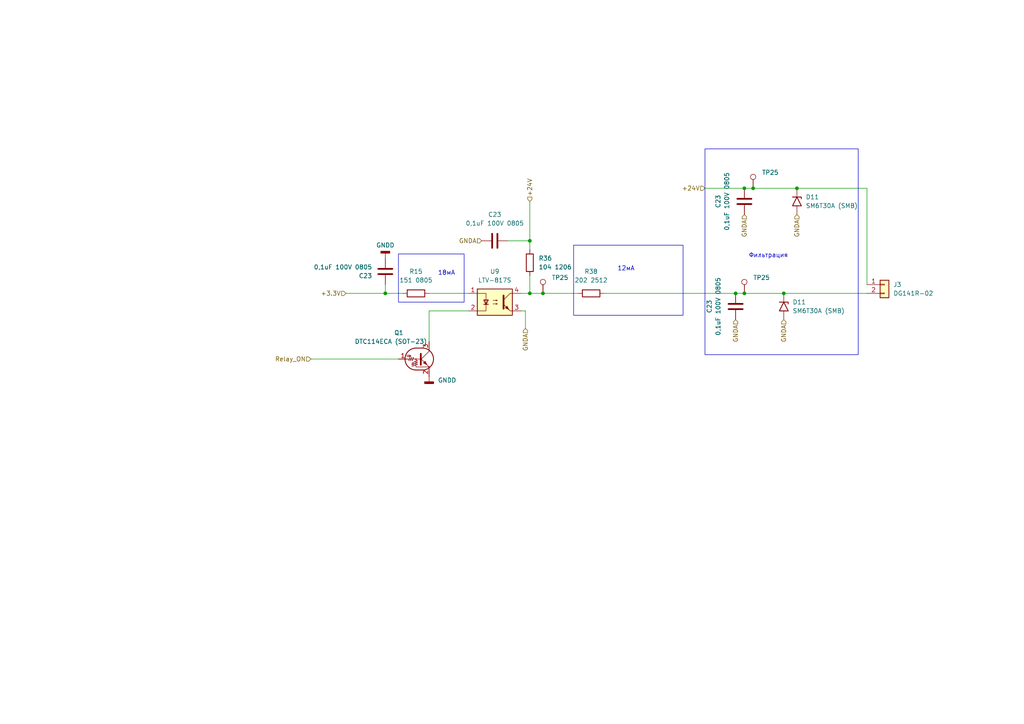
<source format=kicad_sch>
(kicad_sch (version 20230121) (generator eeschema)
  (paper "A4")
  (lib_symbols
    (symbol "Connector:TestPoint" (pin_numbers hide) (pin_names (offset 0.762) hide)
      (property "Reference" "TP" (at 0 6.858 0))
      (property "Value" "TestPoint" (at 0 5.08 0))
      (symbol "TestPoint_0_1"
        (circle (center 0 3.302) (radius 0.762))
      )
      (symbol "TestPoint_1_1"
        (pin passive line (at 0 0 90) (length 2.54) (name "1") (number "1"))
      )
    )
    (symbol "Connector_Generic:Conn_01x02" (pin_names (offset 1.016) hide)
      (property "Reference" "J" (at 0 2.54 0))
      (property "Value" "Conn_01x02" (at 0 -5.08 0))
      (symbol "Conn_01x02_1_1"
        (rectangle (start -1.27 -2.413) (end 0 -2.667) (stroke (width 0.1524)))
        (rectangle (start -1.27 0.127) (end 0 -0.127) (stroke (width 0.1524)))
        (rectangle (start -1.27 1.27) (end 1.27 -3.81) (stroke (width 0.254)) (fill (type background)))
        (pin passive line (at -5.08 0 0) (length 3.81) (name "Pin_1") (number "1"))
        (pin passive line (at -5.08 -2.54 0) (length 3.81) (name "Pin_2") (number "2"))
      )
    )
    (symbol "Device:C" (pin_numbers hide) (pin_names (offset 0.254))
      (property "Reference" "C" (at 0.635 2.54 0))
      (property "Value" "C" (at 0.635 -2.54 0))
      (symbol "C_0_1"
        (polyline (pts (xy -2.032 -0.762) (xy 2.032 -0.762)) (stroke (width 0.508)))
        (polyline (pts (xy -2.032 0.762) (xy 2.032 0.762)) (stroke (width 0.508)))
      )
      (symbol "C_1_1"
        (pin passive line (at 0 3.81 270) (length 2.794) (name "~") (number "1"))
        (pin passive line (at 0 -3.81 90) (length 2.794) (name "~") (number "2"))
      )
    )
    (symbol "Device:R" (pin_numbers hide) (pin_names (offset 0))
      (property "Reference" "R" (at 2.032 0 90))
      (property "Value" "R" (at 0 0 90))
      (symbol "R_0_1"
        (rectangle (start -1.016 -2.54) (end 1.016 2.54) (stroke (width 0.254)))
      )
      (symbol "R_1_1"
        (pin passive line (at 0 3.81 270) (length 1.27) (name "~") (number "1"))
        (pin passive line (at 0 -3.81 90) (length 1.27) (name "~") (number "2"))
      )
    )
    (symbol "Diode:SM6T30A" (pin_numbers hide) (pin_names (offset 1.016) hide)
      (property "Reference" "D" (at 0 2.54 0))
      (property "Value" "SM6T30A" (at 0 -2.54 0))
      (symbol "SM6T30A_0_1"
        (polyline (pts (xy -0.762 1.27) (xy -1.27 1.27) (xy -1.27 -1.27)) (stroke (width 0.254)))
        (polyline (pts (xy 1.27 1.27) (xy 1.27 -1.27) (xy -1.27 0) (xy 1.27 1.27)) (stroke (width 0.254)))
      )
      (symbol "SM6T30A_1_1"
        (pin passive line (at -3.81 0 0) (length 2.54) (name "A1") (number "1"))
        (pin passive line (at 3.81 0 180) (length 2.54) (name "A2") (number "2"))
      )
    )
    (symbol "Isolator:LTV-817S" (pin_names (offset 1.016))
      (property "Reference" "U" (at -3.81 5.08 0))
      (property "Value" "LTV-817S" (at 0 -5.08 0))
      (symbol "LTV-817S_1_1"
        (rectangle (start -5.08 3.81) (end 5.08 -3.81) (stroke (width 0.254)) (fill (type background)))
        (polyline (pts (xy -3.175 -0.635) (xy -1.905 -0.635)) (stroke (width 0.254)))
        (polyline (pts (xy 2.54 0.635) (xy 4.445 2.54)))
        (polyline (pts (xy 4.445 -2.54) (xy 2.54 -0.635)) (fill (type outline)))
        (polyline (pts (xy 4.445 -2.54) (xy 5.08 -2.54)))
        (polyline (pts (xy 4.445 2.54) (xy 5.08 2.54)))
        (polyline (pts (xy -5.08 2.54) (xy -2.54 2.54) (xy -2.54 -0.762)))
        (polyline (pts (xy -2.54 -0.635) (xy -2.54 -2.54) (xy -5.08 -2.54)))
        (polyline (pts (xy 2.54 1.905) (xy 2.54 -1.905) (xy 2.54 -1.905)) (stroke (width 0.508)))
        (polyline (pts (xy -2.54 -0.635) (xy -3.175 0.635) (xy -1.905 0.635) (xy -2.54 -0.635)) (stroke (width 0.254)))
        (polyline (pts (xy -0.508 -0.508) (xy 0.762 -0.508) (xy 0.381 -0.635) (xy 0.381 -0.381) (xy 0.762 -0.508)))
        (polyline (pts (xy -0.508 0.508) (xy 0.762 0.508) (xy 0.381 0.381) (xy 0.381 0.635) (xy 0.762 0.508)))
        (polyline (pts (xy 3.048 -1.651) (xy 3.556 -1.143) (xy 4.064 -2.159) (xy 3.048 -1.651) (xy 3.048 -1.651)) (fill (type outline)))
        (pin passive line (at -7.62 2.54 0) (length 2.54) (name "~") (number "1"))
        (pin passive line (at -7.62 -2.54 0) (length 2.54) (name "~") (number "2"))
        (pin passive line (at 7.62 -2.54 180) (length 2.54) (name "~") (number "3"))
        (pin passive line (at 7.62 2.54 180) (length 2.54) (name "~") (number "4"))
      )
    )
    (symbol "Transistor_BJT:DTC114E" (pin_names (offset 0) hide)
      (property "Reference" "Q" (at 5.08 1.905 0))
      (property "Value" "DTC114E" (at 5.08 0 0))
      (symbol "DTC114E_0_0"
        (text "10k" (at -3.302 0.889 0) (effects (font (size 0.508 0.508))))
        (text "10k" (at -2.159 -1.524 900) (effects (font (size 0.508 0.508))))
      )
      (symbol "DTC114E_0_1"
        (circle (center -1.27 0) (radius 0.127))
        (arc (start -1.27 3.175) (mid -4.4312 0) (end -1.27 -3.175) (stroke (width 0.254)))
        (polyline (pts (xy -3.429 0) (xy -3.81 0)))
        (polyline (pts (xy -1.27 -3.175) (xy 0.635 -3.175)) (stroke (width 0.254)))
        (polyline (pts (xy -1.27 3.175) (xy 0.635 3.175)) (stroke (width 0.254)))
        (polyline (pts (xy 0 -0.254) (xy 2.54 2.286)))
        (polyline (pts (xy 0.127 1.524) (xy 0.127 -1.651)) (stroke (width 0.508)) (fill (type outline)))
        (polyline (pts (xy 2.54 2.286) (xy 2.54 2.54)))
        (polyline (pts (xy 2.54 -2.286) (xy 0 0.254) (xy 0 0.254)))
        (polyline (pts (xy 0.889 -1.143) (xy 1.397 -0.635) (xy 1.905 -1.651) (xy 0.889 -1.143)) (fill (type outline)))
        (polyline (pts (xy 0 0) (xy -1.905 0) (xy -2.032 0.508) (xy -2.286 -0.508) (xy -2.54 0.508) (xy -2.794 -0.508) (xy -3.048 0.508) (xy -3.302 -0.508) (xy -3.429 0)))
        (polyline (pts (xy -1.27 0) (xy -1.27 -0.381) (xy -0.762 -0.508) (xy -1.778 -0.762) (xy -0.762 -1.016) (xy -1.778 -1.27) (xy -0.762 -1.524) (xy -1.778 -1.778) (xy -1.27 -1.905) (xy -1.27 -2.286) (xy 2.54 -2.286)))
        (arc (start 0.635 -3.175) (mid 3.7962 0) (end 0.635 3.175) (stroke (width 0.254)))
        (circle (center 2.54 -2.286) (radius 0.127))
      )
      (symbol "DTC114E_1_1"
        (pin input line (at -6.35 0 0) (length 2.54) (name "B") (number "1"))
        (pin passive line (at 2.54 -5.08 90) (length 2.54) (name "E") (number "2"))
        (pin passive line (at 2.54 5.08 270) (length 2.54) (name "C") (number "3"))
      )
    )
    (symbol "power:GNDD" (power) (pin_numbers hide) (pin_names (offset 0) hide)
      (property "Value" "GNDD" (at 0 -3.175 0))
      (symbol "GNDD_0_1"
        (rectangle (start -1.27 -1.524) (end 1.27 -2.032) (stroke (width 0.254)) (fill (type outline)))
        (polyline (pts (xy 0 0) (xy 0 -1.524)))
      )
      (symbol "GNDD_1_1"
        (pin power_in line (at 0 0 270) (length 0) hide (name "GNDD") (number "1"))
      )
    )
  )
  (junction (at 218.44 54.61))
  (junction (at 215.9 54.61))
  (junction (at 111.76 85.09))
  (junction (at 153.67 85.09))
  (junction (at 231.14 54.61))
  (junction (at 153.67 69.85))
  (junction (at 227.33 85.09))
  (junction (at 215.9 85.09))
  (junction (at 213.36 85.09))
  (junction (at 157.48 85.09))
  (wire (pts (xy 124.46 85.09) (xy 135.89 85.09)))
  (wire (pts (xy 135.89 90.17) (xy 124.46 90.17)))
  (wire (pts (xy 215.9 85.09) (xy 227.33 85.09)))
  (wire (pts (xy 153.67 58.42) (xy 153.67 69.85)))
  (wire (pts (xy 152.4 90.17) (xy 152.4 95.25)))
  (wire (pts (xy 175.26 85.09) (xy 213.36 85.09)))
  (wire (pts (xy 111.76 85.09) (xy 116.84 85.09)))
  (wire (pts (xy 151.13 90.17) (xy 152.4 90.17)))
  (wire (pts (xy 251.46 54.61) (xy 251.46 82.55)))
  (wire (pts (xy 227.33 85.09) (xy 251.46 85.09)))
  (wire (pts (xy 151.13 85.09) (xy 153.67 85.09)))
  (wire (pts (xy 90.17 104.14) (xy 115.57 104.14)))
  (wire (pts (xy 147.32 69.85) (xy 153.67 69.85)))
  (wire (pts (xy 153.67 80.01) (xy 153.67 85.09)))
  (wire (pts (xy 157.48 85.09) (xy 167.64 85.09)))
  (wire (pts (xy 153.67 69.85) (xy 153.67 72.39)))
  (wire (pts (xy 100.33 85.09) (xy 111.76 85.09)))
  (wire (pts (xy 213.36 85.09) (xy 215.9 85.09)))
  (wire (pts (xy 204.47 54.61) (xy 215.9 54.61)))
  (wire (pts (xy 215.9 54.61) (xy 218.44 54.61)))
  (wire (pts (xy 124.46 90.17) (xy 124.46 99.06)))
  (wire (pts (xy 111.76 82.55) (xy 111.76 85.09)))
  (wire (pts (xy 153.67 85.09) (xy 157.48 85.09)))
  (wire (pts (xy 218.44 54.61) (xy 231.14 54.61)))
  (wire (pts (xy 231.14 54.61) (xy 251.46 54.61)))
  (rectangle (start 115.57 73.66) (end 134.62 87.63))
  (rectangle (start 204.47 43.18) (end 248.92 102.87))
  (rectangle (start 166.37 71.12) (end 198.12 91.44))
  (text "18мА" (at 127 80.01 0) (effects (font (size 1.27 1.27)) (justify left bottom)))
  (text "Фильтрация" (at 217.17 74.93 0) (effects (font (size 1.27 1.27)) (justify left bottom)))
  (text "12мА" (at 179.07 78.74 0) (effects (font (size 1.27 1.27)) (justify left bottom)))
  (hierarchical_label "+3.3V" (shape input) (at 100.33 85.09 180))
  (hierarchical_label "+24V" (shape input) (at 204.47 54.61 180))
  (hierarchical_label "GNDA" (shape input) (at 213.36 92.71 270))
  (hierarchical_label "GNDA" (shape input) (at 231.14 62.23 270))
  (hierarchical_label "GNDA" (shape input) (at 215.9 62.23 270))
  (hierarchical_label "+24V" (shape input) (at 153.67 58.42 90))
  (hierarchical_label "GNDA" (shape input) (at 152.4 95.25 270))
  (hierarchical_label "GNDA" (shape input) (at 139.7 69.85 180))
  (hierarchical_label "Relay_ON" (shape input) (at 90.17 104.14 180))
  (hierarchical_label "GNDA" (shape input) (at 227.33 92.71 270))
  (symbol (lib_id "Device:R") (at 171.45 85.09 90) (unit 1)
    (property "Reference" "R38" (at 171.45 78.74 90))
    (property "Value" "202 2512" (at 171.45 81.28 90))
    (property "Footprint" "PCM_Resistor_SMD_AKL:R_2512_6332Metric" (effects hide))
  )
  (symbol (lib_id "Connector:TestPoint") (at 215.9 85.09 0) (unit 1) (in_bom no)
    (property "Reference" "TP25" (at 218.44 80.518 0) (effects (justify left)))
    (property "Value" "TestPoint" (effects hide))
    (property "Footprint" "PCM_4ms_TestPoint:TestPoint_D1" (effects hide))
    (instances (project "Доп плата печи" (path "" (reference "TP25") (unit 1)) (path "" (reference "TP28") (unit 1)) (path "" (reference "TP31") (unit 1))))
  )
  (symbol (lib_id "Device:R") (at 120.65 85.09 90) (unit 1)
    (property "Reference" "R15" (at 120.65 78.74 90))
    (property "Value" "151 0805" (at 120.65 81.28 90))
    (property "Footprint" "PCM_4ms_Resistor:R_0805_2012Metric" (effects hide))
    (instances (project "Плата симистров" (path "" (reference "R15") (unit 1)) (path "" (reference "R19") (unit 1)) (path "" (reference "R23") (unit 1)) (path "" (reference "R27") (unit 1))) (project "Доп плата печи" (path "" (reference "R12") (unit 1)) (path "" (reference "R16") (unit 1)) (path "" (reference "R37") (unit 1))))
  )
  (symbol (lib_id "Device:C") (at 213.36 88.9 0) (unit 1)
    (property "Reference" "C23" (at 205.74 88.9 90))
    (property "Value" "0,1uF 100V 0805" (at 208.28 88.9 90))
    (property "Footprint" "Capacitor_SMD:C_0805_2012Metric_Pad1.18x1.45mm_HandSolder" (effects hide))
    (instances (project "Плата симистров" (path "" (reference "C23") (unit 1)) (path "" (reference "C17") (unit 1)) (path "" (reference "C20") (unit 1)) (path "" (reference "C23") (unit 1)) (path "" (reference "C26") (unit 1))) (project "Доп плата печи" (path "" (reference "C16") (unit 1)) (path "" (reference "C19") (unit 1)) (path "" (reference "C38") (unit 1))))
  )
  (symbol (lib_id "power:GNDD") (at 124.46 109.22 0) (unit 1)
    (property "Reference" "#PWR021" (effects hide))
    (property "Value" "GNDD" (at 127 110.2995 0) (effects (justify left)))
    (instances (project "Плата симистров" (path "" (reference "#PWR021") (unit 1)) (path "" (reference "#PWR036") (unit 1)) (path "" (reference "#PWR037") (unit 1)) (path "" (reference "#PWR038") (unit 1)) (path "" (reference "#PWR039") (unit 1))) (project "Плата внешних шаговых двигателей" (path "" (reference "#PWR014") (unit 1))) (project "Доп плата печи" (path "" (reference "#PWR037") (unit 1)) (path "" (reference "#PWR039") (unit 1)) (path "" (reference "#PWR075") (unit 1))))
  )
  (symbol (lib_id "Connector:TestPoint") (at 157.48 85.09 0) (unit 1) (in_bom no)
    (property "Reference" "TP25" (at 160.02 80.518 0) (effects (justify left)))
    (property "Value" "TestPoint" (effects hide))
    (property "Footprint" "PCM_4ms_TestPoint:TestPoint_D1" (effects hide))
    (instances (project "Доп плата печи" (path "" (reference "TP25") (unit 1)) (path "" (reference "TP28") (unit 1)) (path "" (reference "TP33") (unit 1))))
  )
  (symbol (lib_id "Diode:SM6T30A") (at 227.33 88.9 270) (unit 1)
    (property "Reference" "D11" (at 229.87 87.63 90) (effects (justify left)))
    (property "Value" "SM6T30A (SMB)" (at 229.87 90.17 90) (effects (justify left)))
    (property "Footprint" "Diode_SMD:D_SMB" (effects hide))
    (property "Datasheet" "https://www.st.com/resource/en/datasheet/sm6t.pdf" (effects hide))
  )
  (symbol (lib_id "Device:R") (at 153.67 76.2 0) (unit 1)
    (property "Reference" "R36" (at 156.21 74.93 0) (effects (justify left)))
    (property "Value" "104 1206" (at 156.21 77.47 0) (effects (justify left)))
    (property "Footprint" "PCM_Resistor_SMD_AKL:R_1206_3216Metric" (effects hide))
  )
  (symbol (lib_id "Diode:SM6T30A") (at 231.14 58.42 270) (unit 1)
    (property "Reference" "D11" (at 233.68 57.15 90) (effects (justify left)))
    (property "Value" "SM6T30A (SMB)" (at 233.68 59.69 90) (effects (justify left)))
    (property "Footprint" "Diode_SMD:D_SMB" (effects hide))
    (property "Datasheet" "https://www.st.com/resource/en/datasheet/sm6t.pdf" (effects hide))
    (instances (project "Материнская плата" (path "" (reference "D11") (unit 1))) (project "Доп плата печи" (path "" (reference "D12") (unit 1))))
  )
  (symbol (lib_id "Device:C") (at 143.51 69.85 270) (unit 1)
    (property "Reference" "C23" (at 143.51 62.23 90))
    (property "Value" "0,1uF 100V 0805" (at 143.51 64.77 90))
    (property "Footprint" "Capacitor_SMD:C_0805_2012Metric_Pad1.18x1.45mm_HandSolder" (effects hide))
    (instances (project "Плата симистров" (path "" (reference "C23") (unit 1)) (path "" (reference "C17") (unit 1)) (path "" (reference "C20") (unit 1)) (path "" (reference "C23") (unit 1)) (path "" (reference "C26") (unit 1))) (project "Доп плата печи" (path "" (reference "C16") (unit 1)) (path "" (reference "C19") (unit 1)) (path "" (reference "C36") (unit 1))))
  )
  (symbol (lib_id "Isolator:LTV-817S") (at 143.51 87.63 0) (unit 1)
    (property "Reference" "U9" (at 143.51 78.74 0))
    (property "Value" "LTV-817S" (at 143.51 81.28 0))
    (property "Footprint" "Package_DIP:SMDIP-4_W9.53mm" (effects hide))
    (property "Datasheet" "http://www.us.liteon.com/downloads/LTV-817-827-847.PDF" (effects hide))
  )
  (symbol (lib_id "Device:C") (at 215.9 58.42 0) (unit 1)
    (property "Reference" "C23" (at 208.28 58.42 90))
    (property "Value" "0,1uF 100V 0805" (at 210.82 58.42 90))
    (property "Footprint" "Capacitor_SMD:C_0805_2012Metric_Pad1.18x1.45mm_HandSolder" (effects hide))
    (instances (project "Плата симистров" (path "" (reference "C23") (unit 1)) (path "" (reference "C17") (unit 1)) (path "" (reference "C20") (unit 1)) (path "" (reference "C23") (unit 1)) (path "" (reference "C26") (unit 1))) (project "Доп плата печи" (path "" (reference "C16") (unit 1)) (path "" (reference "C19") (unit 1)) (path "" (reference "C39") (unit 1))))
  )
  (symbol (lib_id "power:GNDD") (at 111.76 74.93 180) (unit 1)
    (property "Reference" "#PWR049" (effects hide))
    (property "Value" "GNDD" (at 111.76 71.12 0))
    (instances (project "Плата симистров" (path "" (reference "#PWR049") (unit 1)) (path "" (reference "#PWR052") (unit 1)) (path "" (reference "#PWR053") (unit 1)) (path "" (reference "#PWR054") (unit 1)) (path "" (reference "#PWR055") (unit 1))) (project "Доп плата печи" (path "" (reference "#PWR036") (unit 1)) (path "" (reference "#PWR038") (unit 1)) (path "" (reference "#PWR074") (unit 1))))
  )
  (symbol (lib_id "Device:C") (at 111.76 78.74 180) (unit 1)
    (property "Reference" "C23" (at 107.95 80.01 0) (effects (justify left)))
    (property "Value" "0,1uF 100V 0805" (at 107.95 77.47 0) (effects (justify left)))
    (property "Footprint" "Capacitor_SMD:C_0805_2012Metric_Pad1.18x1.45mm_HandSolder" (effects hide))
    (instances (project "Плата симистров" (path "" (reference "C23") (unit 1)) (path "" (reference "C17") (unit 1)) (path "" (reference "C20") (unit 1)) (path "" (reference "C23") (unit 1)) (path "" (reference "C26") (unit 1))) (project "Доп плата печи" (path "" (reference "C16") (unit 1)) (path "" (reference "C19") (unit 1)) (path "" (reference "C37") (unit 1))))
  )
  (symbol (lib_id "Transistor_BJT:DTC114E") (at 121.92 104.14 0) (unit 1)
    (property "Reference" "Q1" (at 114.3 96.52 0) (effects (justify left)))
    (property "Value" "DTC114ECA (SOT-23)" (at 102.87 99.06 0) (effects (justify left)))
    (property "Footprint" "Package_TO_SOT_SMD:SOT-23" (effects hide))
    (instances (project "Плата симистров" (path "" (reference "Q1") (unit 1)) (path "" (reference "Q4") (unit 1)) (path "" (reference "Q6") (unit 1)) (path "" (reference "Q8") (unit 1)) (path "" (reference "Q10") (unit 1))) (project "Плата внешних шаговых двигателей" (path "" (reference "Q4") (unit 1))) (project "Доп плата печи" (path "" (reference "Q5") (unit 1)) (path "" (reference "Q6") (unit 1)) (path "" (reference "Q7") (unit 1))))
  )
  (symbol (lib_id "Connector:TestPoint") (at 218.44 54.61 0) (unit 1) (in_bom no)
    (property "Reference" "TP25" (at 220.98 50.038 0) (effects (justify left)))
    (property "Value" "TestPoint" (effects hide))
    (property "Footprint" "PCM_4ms_TestPoint:TestPoint_D1" (effects hide))
    (instances (project "Доп плата печи" (path "" (reference "TP25") (unit 1)) (path "" (reference "TP28") (unit 1)) (path "" (reference "TP32") (unit 1))))
  )
  (symbol (lib_id "Connector_Generic:Conn_01x02") (at 256.54 82.55 0) (unit 1)
    (property "Reference" "J3" (at 259.08 82.55 0) (effects (justify left)))
    (property "Value" "DG141R-02" (at 259.08 85.09 0) (effects (justify left)))
    (property "Footprint" "Connector:DG141R-02" (effects hide))
    (instances (project "Плата симистров" (path "" (reference "J3") (unit 1))) (project "Доп плата печи" (path "" (reference "J5") (unit 1)) (path "" (reference "J7") (unit 1)) (path "" (reference "J8") (unit 1)) (path "" (reference "J11") (unit 1))))
  )
)
</source>
